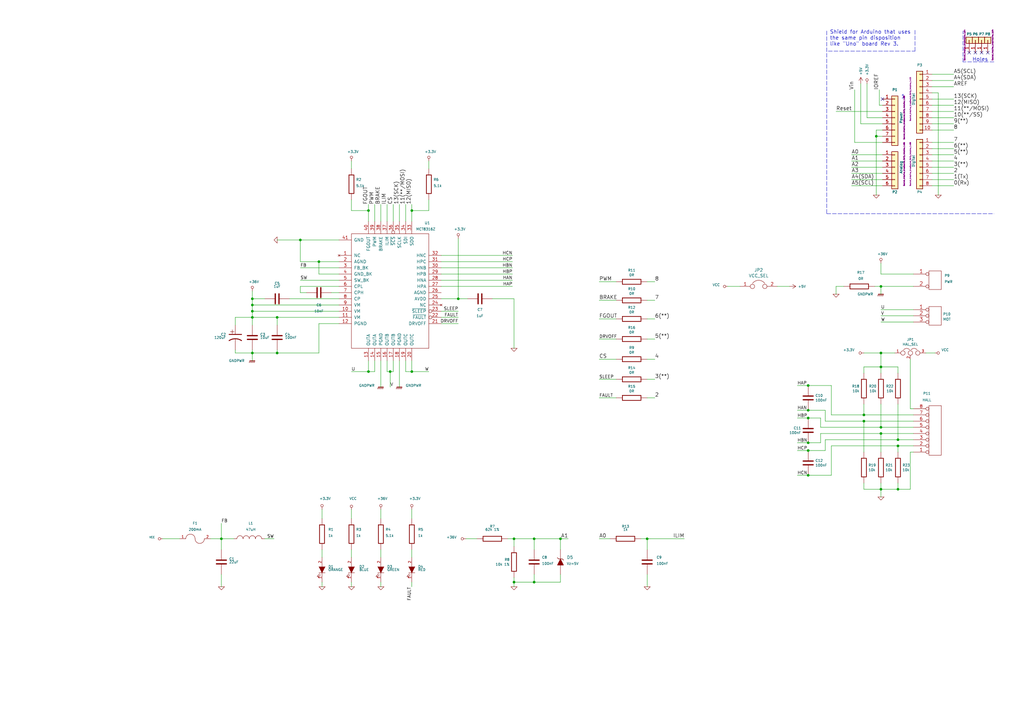
<source format=kicad_sch>
(kicad_sch (version 20231120) (generator "eeschema") (generator_version "8.0")
  (paper "A3")
  (title_block (title "DRIVERINO SHIELD") (date "2021-05-06") (rev "01") (company "TuX's Design"))
  (junction (at 331.47 168.275))
  (junction (at 361.315 177.8))
  (junction (at 151.13 152.4))
  (junction (at 265.43 220.98))
  (junction (at 103.505 122.555))
  (junction (at 113.665 144.78))
  (junction (at 103.505 130.175))
  (junction (at 361.315 117.475))
  (junction (at 354.33 170.18))
  (junction (at 219.075 238.76))
  (junction (at 361.315 200.66))
  (junction (at 130.81 107.315))
  (junction (at 361.315 150.495))
  (junction (at 361.315 175.26))
  (junction (at 359.41 55.88))
  (junction (at 331.47 184.785))
  (junction (at 113.665 130.175))
  (junction (at 103.505 127.635))
  (junction (at 123.19 98.425))
  (junction (at 361.315 144.78))
  (junction (at 229.87 220.98))
  (junction (at 103.505 144.78))
  (junction (at 368.3 180.34))
  (junction (at 103.505 125.095))
  (junction (at 168.91 86.36))
  (junction (at 331.47 158.115))
  (junction (at 187.96 122.555))
  (junction (at 160.02 152.4))
  (junction (at 168.91 152.4))
  (junction (at 331.47 171.45))
  (junction (at 354.33 172.72))
  (junction (at 90.805 220.98))
  (junction (at 151.13 86.36))
  (junction (at 331.47 194.945))
  (junction (at 331.47 181.61))
  (junction (at 210.82 220.98))
  (junction (at 368.3 182.88))
  (junction (at 219.075 220.98))
  (junction (at 210.82 238.76))
  (junction (at 368.3 200.66))
  (no_connect (at 397.51 21.59))
  (no_connect (at 402.59 21.59))
  (no_connect (at 361.95 40.64))
  (no_connect (at 400.05 21.59))
  (no_connect (at 405.13 21.59))
  (wire (pts (xy 384.81 38.1) (xy 384.81 80.01)))
  (wire (pts (xy 156.21 228.6) (xy 156.21 225.425)))
  (wire (pts (xy 318.77 117.475) (xy 323.85 117.475)))
  (polyline (pts (xy 407.67 25.4) (xy 394.97 25.4)) (stroke (width 0) (type dash)))
  (wire (pts (xy 123.19 117.475) (xy 139.065 117.475)))
  (wire (pts (xy 355.6 48.26) (xy 355.6 34.29)))
  (wire (pts (xy 163.83 83.82) (xy 163.83 90.805)))
  (wire (pts (xy 361.315 112.395) (xy 361.315 107.95)))
  (wire (pts (xy 103.505 122.555) (xy 103.505 119.38)))
  (wire (pts (xy 382.27 53.34) (xy 391.16 53.34)))
  (wire (pts (xy 374.65 167.64) (xy 373.38 167.64)))
  (wire (pts (xy 374.65 172.72) (xy 354.33 172.72)))
  (polyline (pts (xy 339.725 20.955) (xy 375.285 20.955)) (stroke (width 0) (type dash)))
  (wire (pts (xy 265.43 155.575) (xy 268.605 155.575)))
  (wire (pts (xy 354.33 150.495) (xy 354.33 153.035)))
  (wire (pts (xy 132.08 228.6) (xy 132.08 225.425)))
  (wire (pts (xy 368.3 185.42) (xy 368.3 182.88)))
  (wire (pts (xy 130.81 112.395) (xy 139.065 112.395)))
  (wire (pts (xy 96.52 130.175) (xy 96.52 133.35)))
  (wire (pts (xy 229.87 238.76) (xy 229.87 235.585)))
  (wire (pts (xy 113.665 133.35) (xy 113.665 130.175)))
  (wire (pts (xy 103.505 143.51) (xy 103.505 144.78)))
  (wire (pts (xy 156.21 90.805) (xy 156.21 83.82)))
  (wire (pts (xy 338.455 180.34) (xy 368.3 180.34)))
  (wire (pts (xy 229.87 220.98) (xy 229.87 225.425)))
  (wire (pts (xy 353.06 50.8) (xy 353.06 34.29)))
  (wire (pts (xy 123.19 120.015) (xy 125.73 120.015)))
  (wire (pts (xy 166.37 90.805) (xy 166.37 83.82)))
  (wire (pts (xy 354.33 185.42) (xy 354.33 172.72)))
  (wire (pts (xy 359.41 53.34) (xy 359.41 55.88)))
  (wire (pts (xy 361.95 76.2) (xy 349.25 76.2)))
  (wire (pts (xy 103.505 130.175) (xy 96.52 130.175)))
  (wire (pts (xy 210.82 220.98) (xy 210.82 224.155)))
  (wire (pts (xy 379.73 144.78) (xy 383.54 144.78)))
  (wire (pts (xy 187.96 122.555) (xy 191.77 122.555)))
  (wire (pts (xy 153.67 90.805) (xy 153.67 83.82)))
  (wire (pts (xy 265.43 115.57) (xy 268.605 115.57)))
  (wire (pts (xy 374.65 185.42) (xy 373.38 185.42)))
  (wire (pts (xy 187.96 122.555) (xy 187.96 97.79)))
  (wire (pts (xy 382.27 63.5) (xy 391.16 63.5)))
  (wire (pts (xy 361.95 45.72) (xy 342.9 45.72)))
  (wire (pts (xy 168.91 152.4) (xy 175.895 152.4)))
  (wire (pts (xy 265.43 139.065) (xy 268.605 139.065)))
  (wire (pts (xy 175.895 69.215) (xy 175.895 66.04)))
  (wire (pts (xy 168.91 147.955) (xy 168.91 152.4)))
  (wire (pts (xy 144.145 86.36) (xy 144.145 81.915)))
  (wire (pts (xy 180.975 114.935) (xy 210.185 114.935)))
  (wire (pts (xy 210.82 238.76) (xy 210.82 240.665)))
  (wire (pts (xy 361.95 66.04) (xy 349.25 66.04)))
  (wire (pts (xy 144.145 240.665) (xy 144.145 238.76)))
  (wire (pts (xy 361.95 58.42) (xy 350.52 58.42)))
  (wire (pts (xy 252.73 115.57) (xy 245.745 115.57)))
  (wire (pts (xy 103.505 144.78) (xy 113.665 144.78)))
  (wire (pts (xy 361.315 200.66) (xy 354.33 200.66)))
  (wire (pts (xy 123.19 117.475) (xy 123.19 120.015)))
  (wire (pts (xy 144.145 69.215) (xy 144.145 66.04)))
  (wire (pts (xy 103.505 133.35) (xy 103.505 130.175)))
  (wire (pts (xy 374.65 112.395) (xy 361.315 112.395)))
  (wire (pts (xy 368.3 150.495) (xy 361.315 150.495)))
  (wire (pts (xy 103.505 144.78) (xy 103.505 147.955)))
  (wire (pts (xy 153.67 147.955) (xy 153.67 152.4)))
  (wire (pts (xy 130.81 107.315) (xy 123.19 107.315)))
  (wire (pts (xy 168.91 90.805) (xy 168.91 86.36)))
  (wire (pts (xy 361.95 68.58) (xy 349.25 68.58)))
  (wire (pts (xy 331.47 158.115) (xy 327.025 158.115)))
  (wire (pts (xy 361.95 48.26) (xy 355.6 48.26)))
  (wire (pts (xy 360.68 36.83) (xy 360.68 43.18)))
  (wire (pts (xy 180.975 112.395) (xy 210.185 112.395)))
  (wire (pts (xy 160.02 152.4) (xy 160.02 158.75)))
  (wire (pts (xy 139.065 125.095) (xy 103.505 125.095)))
  (wire (pts (xy 144.145 228.6) (xy 144.145 225.425)))
  (wire (pts (xy 361.315 132.08) (xy 374.65 132.08)))
  (wire (pts (xy 382.27 58.42) (xy 391.16 58.42)))
  (wire (pts (xy 368.3 153.035) (xy 368.3 150.495)))
  (wire (pts (xy 338.455 172.72) (xy 338.455 168.275)))
  (wire (pts (xy 139.065 114.935) (xy 123.19 114.935)))
  (wire (pts (xy 210.82 236.855) (xy 210.82 238.76)))
  (wire (pts (xy 265.43 235.585) (xy 265.43 240.665)))
  (wire (pts (xy 161.29 152.4) (xy 161.29 147.955)))
  (wire (pts (xy 252.73 123.19) (xy 245.745 123.19)))
  (wire (pts (xy 180.975 107.315) (xy 210.185 107.315)))
  (wire (pts (xy 132.08 212.725) (xy 132.08 208.915)))
  (wire (pts (xy 250.19 220.98) (xy 245.745 220.98)))
  (wire (pts (xy 180.975 130.175) (xy 187.96 130.175)))
  (wire (pts (xy 360.68 43.18) (xy 361.95 43.18)))
  (wire (pts (xy 210.82 220.98) (xy 219.075 220.98)))
  (wire (pts (xy 166.37 152.4) (xy 168.91 152.4)))
  (wire (pts (xy 151.13 147.955) (xy 151.13 152.4)))
  (wire (pts (xy 336.55 177.8) (xy 336.55 181.61)))
  (wire (pts (xy 113.665 144.78) (xy 113.665 143.51)))
  (wire (pts (xy 354.33 144.78) (xy 361.315 144.78)))
  (wire (pts (xy 139.065 98.425) (xy 123.19 98.425)))
  (wire (pts (xy 180.975 132.715) (xy 187.96 132.715)))
  (wire (pts (xy 382.27 43.18) (xy 391.16 43.18)))
  (wire (pts (xy 210.82 238.76) (xy 219.075 238.76)))
  (wire (pts (xy 245.745 155.575) (xy 252.73 155.575)))
  (wire (pts (xy 153.67 152.4) (xy 151.13 152.4)))
  (wire (pts (xy 368.3 198.12) (xy 368.3 200.66)))
  (wire (pts (xy 158.75 152.4) (xy 160.02 152.4)))
  (wire (pts (xy 374.65 175.26) (xy 361.315 175.26)))
  (wire (pts (xy 358.775 117.475) (xy 361.315 117.475)))
  (wire (pts (xy 156.21 147.955) (xy 156.21 158.75)))
  (wire (pts (xy 130.81 107.315) (xy 139.065 107.315)))
  (wire (pts (xy 338.455 168.275) (xy 331.47 168.275)))
  (wire (pts (xy 219.075 235.585) (xy 219.075 238.76)))
  (wire (pts (xy 361.95 73.66) (xy 349.25 73.66)))
  (wire (pts (xy 103.505 125.095) (xy 103.505 122.555)))
  (wire (pts (xy 382.27 60.96) (xy 391.16 60.96)))
  (wire (pts (xy 382.27 33.02) (xy 391.16 33.02)))
  (wire (pts (xy 382.27 76.2) (xy 391.16 76.2)))
  (wire (pts (xy 166.37 147.955) (xy 166.37 152.4)))
  (wire (pts (xy 139.065 127.635) (xy 103.505 127.635)))
  (wire (pts (xy 151.13 152.4) (xy 144.145 152.4)))
  (wire (pts (xy 359.41 55.88) (xy 359.41 80.01)))
  (wire (pts (xy 123.19 107.315) (xy 123.19 98.425)))
  (wire (pts (xy 90.805 220.98) (xy 90.805 214.63)))
  (wire (pts (xy 108.585 220.98) (xy 112.395 220.98)))
  (wire (pts (xy 151.13 86.36) (xy 151.13 83.82)))
  (wire (pts (xy 163.83 147.955) (xy 163.83 158.75)))
  (wire (pts (xy 361.95 63.5) (xy 349.25 63.5)))
  (wire (pts (xy 338.455 172.72) (xy 354.33 172.72)))
  (wire (pts (xy 354.33 200.66) (xy 354.33 198.12)))
  (wire (pts (xy 361.95 50.8) (xy 353.06 50.8)))
  (wire (pts (xy 382.27 66.04) (xy 391.16 66.04)))
  (wire (pts (xy 265.43 220.98) (xy 265.43 225.425)))
  (wire (pts (xy 361.315 129.54) (xy 374.65 129.54)))
  (wire (pts (xy 265.43 220.98) (xy 280.67 220.98)))
  (wire (pts (xy 331.47 168.275) (xy 327.025 168.275)))
  (wire (pts (xy 180.975 122.555) (xy 187.96 122.555)))
  (wire (pts (xy 340.995 158.115) (xy 340.995 170.18)))
  (wire (pts (xy 338.455 184.785) (xy 338.455 180.34)))
  (wire (pts (xy 382.27 73.66) (xy 391.16 73.66)))
  (wire (pts (xy 368.3 180.34) (xy 368.3 165.735)))
  (wire (pts (xy 210.82 122.555) (xy 210.82 142.875)))
  (wire (pts (xy 168.91 212.725) (xy 168.91 208.915)))
  (wire (pts (xy 336.55 175.26) (xy 361.315 175.26)))
  (wire (pts (xy 90.805 235.585) (xy 90.805 240.665)))
  (wire (pts (xy 374.65 177.8) (xy 361.315 177.8)))
  (wire (pts (xy 336.55 171.45) (xy 336.55 175.26)))
  (wire (pts (xy 201.93 122.555) (xy 210.82 122.555)))
  (wire (pts (xy 382.27 30.48) (xy 391.16 30.48)))
  (wire (pts (xy 229.87 220.98) (xy 233.045 220.98)))
  (wire (pts (xy 340.995 170.18) (xy 354.33 170.18)))
  (wire (pts (xy 382.27 35.56) (xy 391.16 35.56)))
  (wire (pts (xy 373.38 200.66) (xy 368.3 200.66)))
  (wire (pts (xy 361.315 175.26) (xy 361.315 165.735)))
  (wire (pts (xy 336.55 181.61) (xy 331.47 181.61)))
  (wire (pts (xy 139.065 130.175) (xy 113.665 130.175)))
  (wire (pts (xy 265.43 130.81) (xy 268.605 130.81)))
  (wire (pts (xy 103.505 127.635) (xy 103.505 125.095)))
  (wire (pts (xy 382.27 38.1) (xy 384.81 38.1)))
  (wire (pts (xy 161.29 90.805) (xy 161.29 83.82)))
  (wire (pts (xy 361.95 71.12) (xy 349.25 71.12)))
  (wire (pts (xy 139.065 122.555) (xy 118.745 122.555)))
  (wire (pts (xy 340.995 182.88) (xy 368.3 182.88)))
  (polyline (pts (xy 339.09 87.63) (xy 407.67 87.63)) (stroke (width 0) (type dash)))
  (wire (pts (xy 130.81 144.78) (xy 130.81 132.715)))
  (wire (pts (xy 346.075 117.475) (xy 342.9 117.475)))
  (wire (pts (xy 361.315 200.66) (xy 361.315 198.12)))
  (wire (pts (xy 103.505 130.175) (xy 103.505 127.635)))
  (wire (pts (xy 144.145 212.725) (xy 144.145 208.915)))
  (wire (pts (xy 113.665 130.175) (xy 103.505 130.175)))
  (wire (pts (xy 331.47 184.785) (xy 338.455 184.785)))
  (wire (pts (xy 175.895 86.36) (xy 175.895 81.915)))
  (wire (pts (xy 123.19 98.425) (xy 113.665 98.425)))
  (wire (pts (xy 90.805 225.425) (xy 90.805 220.98)))
  (wire (pts (xy 382.27 71.12) (xy 391.16 71.12)))
  (wire (pts (xy 382.27 40.64) (xy 391.16 40.64)))
  (wire (pts (xy 195.58 220.98) (xy 191.135 220.98)))
  (wire (pts (xy 342.9 117.475) (xy 342.9 120.65)))
  (wire (pts (xy 130.81 132.715) (xy 139.065 132.715)))
  (wire (pts (xy 168.91 86.36) (xy 168.91 83.82)))
  (wire (pts (xy 130.81 112.395) (xy 130.81 107.315)))
  (wire (pts (xy 151.13 86.36) (xy 144.145 86.36)))
  (wire (pts (xy 113.665 144.78) (xy 130.81 144.78)))
  (wire (pts (xy 361.315 150.495) (xy 361.315 144.78)))
  (wire (pts (xy 354.33 170.18) (xy 354.33 165.735)))
  (wire (pts (xy 331.47 158.115) (xy 340.995 158.115)))
  (wire (pts (xy 90.805 220.98) (xy 95.885 220.98)))
  (wire (pts (xy 265.43 163.195) (xy 268.605 163.195)))
  (polyline (pts (xy 339.09 12.7) (xy 339.09 87.63)) (stroke (width 0) (type dash)))
  (wire (pts (xy 374.65 180.34) (xy 368.3 180.34)))
  (wire (pts (xy 382.27 68.58) (xy 391.16 68.58)))
  (wire (pts (xy 361.315 150.495) (xy 354.33 150.495)))
  (wire (pts (xy 158.75 90.805) (xy 158.75 83.82)))
  (wire (pts (xy 361.315 177.8) (xy 361.315 185.42)))
  (wire (pts (xy 252.73 163.195) (xy 245.745 163.195)))
  (wire (pts (xy 156.21 212.725) (xy 156.21 208.915)))
  (wire (pts (xy 245.745 130.81) (xy 252.73 130.81)))
  (wire (pts (xy 151.13 90.805) (xy 151.13 86.36)))
  (wire (pts (xy 382.27 50.8) (xy 391.16 50.8)))
  (wire (pts (xy 245.745 147.32) (xy 252.73 147.32)))
  (wire (pts (xy 374.65 117.475) (xy 361.315 117.475)))
  (wire (pts (xy 327.025 194.945) (xy 331.47 194.945)))
  (wire (pts (xy 382.27 45.72) (xy 391.16 45.72)))
  (wire (pts (xy 96.52 143.51) (xy 96.52 144.78)))
  (wire (pts (xy 168.91 228.6) (xy 168.91 225.425)))
  (wire (pts (xy 298.45 117.475) (xy 303.53 117.475)))
  (wire (pts (xy 139.065 109.855) (xy 123.19 109.855)))
  (wire (pts (xy 361.315 144.78) (xy 367.03 144.78)))
  (wire (pts (xy 361.315 127) (xy 374.65 127)))
  (wire (pts (xy 219.075 220.98) (xy 229.87 220.98)))
  (wire (pts (xy 361.95 55.88) (xy 359.41 55.88)))
  (wire (pts (xy 361.315 200.66) (xy 361.315 203.835)))
  (wire (pts (xy 265.43 147.32) (xy 268.605 147.32)))
  (wire (pts (xy 108.585 122.555) (xy 103.505 122.555)))
  (wire (pts (xy 210.185 109.855) (xy 180.975 109.855)))
  (wire (pts (xy 361.95 53.34) (xy 359.41 53.34)))
  (wire (pts (xy 180.975 104.775) (xy 210.185 104.775)))
  (wire (pts (xy 86.36 220.98) (xy 90.805 220.98)))
  (wire (pts (xy 327.025 184.785) (xy 331.47 184.785)))
  (wire (pts (xy 340.995 182.88) (xy 340.995 194.945)))
  (wire (pts (xy 168.91 86.36) (xy 175.895 86.36)))
  (wire (pts (xy 361.315 117.475) (xy 361.315 120.65)))
  (polyline (pts (xy 394.97 25.4) (xy 394.97 12.7)) (stroke (width 0) (type dash)))
  (wire (pts (xy 132.08 240.665) (xy 132.08 238.76)))
  (wire (pts (xy 156.21 240.665) (xy 156.21 238.76)))
  (wire (pts (xy 219.075 238.76) (xy 229.87 238.76)))
  (wire (pts (xy 180.975 117.475) (xy 210.185 117.475)))
  (wire (pts (xy 331.47 181.61) (xy 327.025 181.61)))
  (wire (pts (xy 374.65 170.18) (xy 354.33 170.18)))
  (wire (pts (xy 135.89 120.015) (xy 139.065 120.015)))
  (wire (pts (xy 208.28 220.98) (xy 210.82 220.98)))
  (wire (pts (xy 158.75 147.955) (xy 158.75 152.4)))
  (wire (pts (xy 168.91 240.665) (xy 168.91 238.76)))
  (wire (pts (xy 331.47 171.45) (xy 336.55 171.45)))
  (wire (pts (xy 262.89 220.98) (xy 265.43 220.98)))
  (wire (pts (xy 373.38 147.32) (xy 373.38 167.64)))
  (wire (pts (xy 340.995 194.945) (xy 331.47 194.945)))
  (wire (pts (xy 350.52 58.42) (xy 350.52 36.83)))
  (wire (pts (xy 180.975 127.635) (xy 187.96 127.635)))
  (wire (pts (xy 327.025 171.45) (xy 331.47 171.45)))
  (wire (pts (xy 219.075 220.98) (xy 219.075 225.425)))
  (wire (pts (xy 368.3 200.66) (xy 361.315 200.66)))
  (wire (pts (xy 160.02 152.4) (xy 161.29 152.4)))
  (wire (pts (xy 252.73 139.065) (xy 245.745 139.065)))
  (wire (pts (xy 361.315 150.495) (xy 361.315 153.035)))
  (wire (pts (xy 382.27 48.26) (xy 391.16 48.26)))
  (wire (pts (xy 73.66 220.98) (xy 66.675 220.98)))
  (wire (pts (xy 373.38 185.42) (xy 373.38 200.66)))
  (wire (pts (xy 265.43 123.19) (xy 268.605 123.19)))
  (wire (pts (xy 336.55 177.8) (xy 361.315 177.8)))
  (polyline (pts (xy 375.285 20.955) (xy 375.285 12.065)) (stroke (width 0) (type dash)))
  (wire (pts (xy 96.52 144.78) (xy 103.505 144.78)))
  (wire (pts (xy 374.65 182.88) (xy 368.3 182.88)))
  (text "Shield for Arduino that uses\nthe same pin disposition\nlike \"Uno\" board Rev 3." (at 340.36 19.05 0) (effects (font (size 1.524 1.524)) (justify left bottom)))
  (text "Holes" (at 398.78 25.4 0) (effects (font (size 1.524 1.524)) (justify left bottom)))
  (text "1" (at 369.57 40.64 0) (effects (font (size 1.524 1.524)) (justify left bottom)))
  (label "7" (at 391.16 58.42 0) (effects (font (size 1.524 1.524))))
  (label "13(SCK)" (at 391.16 40.64 0) (effects (font (size 1.524 1.524))))
  (label "A1" (at 349.25 66.04 0) (effects (font (size 1.524 1.524))))
  (label "FAULT" (at 245.745 163.195 0))
  (label "HCP" (at 327.025 184.785 0))
  (label "6(**)" (at 268.605 130.81 0) (effects (font (size 1.524 1.524))))
  (label "PWM" (at 153.67 83.82 90) (effects (font (size 1.524 1.524))))
  (label "W" (at 175.895 152.4 180))
  (label "7" (at 268.605 123.19 0) (effects (font (size 1.524 1.524))))
  (label "12(MISO)" (at 391.16 43.18 0) (effects (font (size 1.524 1.524))))
  (label "11(**/MOSI)" (at 166.37 83.82 90) (effects (font (size 1.524 1.524))))
  (label "3(**)" (at 391.16 68.58 0) (effects (font (size 1.524 1.524))))
  (label "DRVOFF" (at 245.745 139.065 0))
  (label "FB" (at 90.805 214.63 0))
  (label "FAULT" (at 187.96 130.175 180))
  (label "AREF" (at 391.16 35.56 0) (effects (font (size 1.524 1.524))))
  (label "ILIM" (at 158.75 83.82 90) (effects (font (size 1.524 1.524))))
  (label "A4(SDA)" (at 391.16 33.02 0) (effects (font (size 1.524 1.524))))
  (label "5(**)" (at 268.605 139.065 0) (effects (font (size 1.524 1.524))))
  (label "3(**)" (at 268.605 155.575 0) (effects (font (size 1.524 1.524))))
  (label "A2" (at 349.25 68.58 0) (effects (font (size 1.524 1.524))))
  (label "CS" (at 161.29 83.82 90) (effects (font (size 1.524 1.524))))
  (label "A0" (at 349.25 63.5 0) (effects (font (size 1.524 1.524))))
  (label "PWM" (at 245.745 115.57 0) (effects (font (size 1.524 1.524))))
  (label "HCN" (at 210.185 104.775 180))
  (label "9(**)" (at 391.16 50.8 0) (effects (font (size 1.524 1.524))))
  (label "A1" (at 233.045 220.98 180) (effects (font (size 1.524 1.524))))
  (label "IOREF" (at 360.68 36.83 90) (effects (font (size 1.524 1.524))))
  (label "BRAKE" (at 245.745 123.19 0) (effects (font (size 1.524 1.524))))
  (label "A5(SCL)" (at 349.25 76.2 0) (effects (font (size 1.524 1.524))))
  (label "FB" (at 123.19 109.855 0))
  (label "4" (at 391.16 66.04 0) (effects (font (size 1.524 1.524))))
  (label "FGOUT" (at 151.13 83.82 90) (effects (font (size 1.524 1.524))))
  (label "8" (at 268.605 115.57 0) (effects (font (size 1.524 1.524))))
  (label "CS" (at 245.745 147.32 0) (effects (font (size 1.524 1.524))))
  (label "FGOUT" (at 245.745 130.81 0) (effects (font (size 1.524 1.524))))
  (label "BRAKE" (at 156.21 83.82 90) (effects (font (size 1.524 1.524))))
  (label "2" (at 391.16 71.12 0) (effects (font (size 1.524 1.524))))
  (label "5(**)" (at 391.16 63.5 0) (effects (font (size 1.524 1.524))))
  (label "2" (at 268.605 163.195 0) (effects (font (size 1.524 1.524))))
  (label "Vin" (at 350.52 36.83 90) (effects (font (size 1.524 1.524))))
  (label "FAULT" (at 168.91 240.665 270))
  (label "HAP" (at 210.185 117.475 180))
  (label "SW" (at 112.395 220.98 180))
  (label "A0" (at 245.745 220.98 0) (effects (font (size 1.524 1.524))))
  (label "4" (at 268.605 147.32 0) (effects (font (size 1.524 1.524))))
  (label "10(**/SS)" (at 391.16 48.26 0) (effects (font (size 1.524 1.524))))
  (label "11(**/MOSI)" (at 391.16 45.72 0) (effects (font (size 1.524 1.524))))
  (label "HBP" (at 210.185 112.395 180))
  (label "A5(SCL)" (at 391.16 30.48 0) (effects (font (size 1.524 1.524))))
  (label "1(Tx)" (at 391.16 73.66 0) (effects (font (size 1.524 1.524))))
  (label "HBP" (at 327.025 171.45 0))
  (label "V" (at 160.02 158.75 0))
  (label "HCP" (at 210.185 107.315 180))
  (label "6(**)" (at 391.16 60.96 0) (effects (font (size 1.524 1.524))))
  (label "U" (at 361.315 127 0))
  (label "ILIM" (at 280.67 220.98 180) (effects (font (size 1.524 1.524))))
  (label "W" (at 361.315 132.08 0))
  (label "SLEEP" (at 187.96 127.635 180))
  (label "12(MISO)" (at 168.91 83.82 90) (effects (font (size 1.524 1.524))))
  (label "HAP" (at 327.025 158.115 0))
  (label "SW" (at 123.19 114.935 0))
  (label "8" (at 391.16 53.34 0) (effects (font (size 1.524 1.524))))
  (label "0(Rx)" (at 391.16 76.2 0) (effects (font (size 1.524 1.524))))
  (label "HAN" (at 210.185 114.935 180))
  (label "DRVOFF" (at 187.96 132.715 180))
  (label "SLEEP" (at 245.745 155.575 0))
  (label "HAN" (at 327.025 168.275 0))
  (label "A4(SDA)" (at 349.25 73.66 0) (effects (font (size 1.524 1.524))))
  (label "13(SCK)" (at 163.83 83.82 90) (effects (font (size 1.524 1.524))))
  (label "HBN" (at 327.025 181.61 0))
  (label "HBN" (at 210.185 109.855 180))
  (label "A3" (at 349.25 71.12 0) (effects (font (size 1.524 1.524))))
  (label "HCN" (at 327.025 194.945 0))
  (label "V" (at 361.315 129.54 0))
  (label "U" (at 144.145 152.4 0))
  (label "Reset" (at 342.9 45.72 0) (effects (font (size 1.524 1.524))))
  (symbol (lib_id "Driverino-Shield-rescue:Conn_01x08-Connector_Generic") (at 367.03 48.26 0) (unit 1)
    (property "Reference" "P1" (at 367.03 36.83 0) (effects (font (size 1.016 1.016))))
    (property "Value" "Power" (at 369.57 48.26 90) (effects (font (size 1.016 1.016))))
    (property "Footprint" "Socket_Arduino_Uno:Socket_Strip_Arduino_1x08" (at 370.84 48.26 90) (effects (font (size 0.508 0.508))))
    (property "mpn" "SSW-108-03-G-S" (effects (hide yes)))
    (property "Manufacturer" "Samtec" (effects (hide yes)))
    (property "Mouser" "200-SSW10803GS" (effects (hide yes)))
  )
  (symbol (lib_id "Driverino-Shield-rescue:+3.3V-power") (at 355.6 34.29 0) (unit 1)
    (property "Reference" "#PWR01" (effects (hide yes)))
    (property "Value" "+3.3V" (at 355.6 28.575 90) (effects (font (size 1.016 1.016))))
  )
  (symbol (lib_id "Driverino-Shield-rescue:+5V-power") (at 353.06 34.29 0) (unit 1)
    (property "Reference" "#PWR02" (effects (hide yes)))
    (property "Value" "+5V" (at 353.06 29.21 90) (effects (font (size 1.016 1.016))))
  )
  (symbol (lib_id "Driverino-Shield-rescue:Conn_01x06-Connector_Generic") (at 367.03 68.58 0) (unit 1)
    (property "Reference" "P2" (at 367.03 78.74 0) (effects (font (size 1.016 1.016))))
    (property "Value" "Analog" (at 369.57 68.58 90) (effects (font (size 1.016 1.016))))
    (property "Footprint" "Socket_Arduino_Uno:Socket_Strip_Arduino_1x06" (at 370.84 67.31 90) (effects (font (size 0.508 0.508))))
    (property "mpn" "SSW-106-03-G-S" (effects (hide yes)))
    (property "Manufacturer" "Samtec" (effects (hide yes)))
    (property "Mouser" "200-SSW10603GS" (effects (hide yes)))
  )
  (symbol (lib_id "Driverino-Shield-rescue:Conn_01x01-Connector_Generic") (at 397.51 16.51 90) (unit 1)
    (property "Reference" "P5" (at 397.51 13.97 90) (effects (font (size 1.016 1.016))))
    (property "Value" "CONN_01X01" (effects (hide yes)))
    (property "Footprint" "Socket_Arduino_Uno:Arduino_1pin" (at 395.6304 18.5166 0) (effects (font (size 0.508 0.508))))
    (property "DNF" "1" (effects (hide yes)))
  )
  (symbol (lib_id "Driverino-Shield-rescue:Conn_01x01-Connector_Generic") (at 400.05 16.51 90) (unit 1)
    (property "Reference" "P6" (at 400.05 13.97 90) (effects (font (size 1.016 1.016))))
    (property "Value" "CONN_01X01" (effects (hide yes)))
    (property "Footprint" "Socket_Arduino_Uno:Arduino_1pin" (effects (hide yes)))
    (property "DNF" "1" (effects (hide yes)))
  )
  (symbol (lib_id "Driverino-Shield-rescue:Conn_01x01-Connector_Generic") (at 402.59 16.51 90) (unit 1)
    (property "Reference" "P7" (at 402.59 13.97 90) (effects (font (size 1.016 1.016))))
    (property "Value" "CONN_01X01" (effects (hide yes)))
    (property "Footprint" "Socket_Arduino_Uno:Arduino_1pin" (effects (hide yes)))
    (property "DNF" "1" (effects (hide yes)))
  )
  (symbol (lib_id "Driverino-Shield-rescue:Conn_01x01-Connector_Generic") (at 405.13 16.51 90) (unit 1)
    (property "Reference" "P8" (at 405.13 13.97 90) (effects (font (size 1.016 1.016))))
    (property "Value" "CONN_01X01" (effects (hide yes)))
    (property "Footprint" "Socket_Arduino_Uno:Arduino_1pin" (at 407.1112 18.4404 0) (effects (font (size 0.508 0.508))))
    (property "DNF" "1" (effects (hide yes)))
  )
  (symbol (lib_id "Driverino-Shield-rescue:Conn_01x08-Connector_Generic") (at 377.19 66.04 0) (mirror y) (unit 1)
    (property "Reference" "P4" (at 377.19 78.74 0) (effects (font (size 1.016 1.016))))
    (property "Value" "Digital" (at 374.65 66.04 90) (effects (font (size 1.016 1.016))))
    (property "Footprint" "Socket_Arduino_Uno:Socket_Strip_Arduino_1x08" (at 373.38 67.31 90) (effects (font (size 0.508 0.508))))
    (property "mpn" "SSW-108-03-G-S" (effects (hide yes)))
    (property "Manufacturer" "Samtec" (effects (hide yes)))
    (property "Mouser" "200-SSW10803GS" (effects (hide yes)))
  )
  (symbol (lib_id "Driverino-Shield-rescue:Conn_01x10-Connector_Generic") (at 377.19 40.64 0) (mirror y) (unit 1)
    (property "Reference" "P3" (at 377.19 26.67 0) (effects (font (size 1.016 1.016))))
    (property "Value" "Digital" (at 374.65 40.64 90) (effects (font (size 1.016 1.016))))
    (property "Footprint" "Socket_Arduino_Uno:Socket_Strip_Arduino_1x10" (at 373.38 40.64 90) (effects (font (size 0.508 0.508))))
    (property "mpn" "SSW-110-03-G-S" (effects (hide yes)))
    (property "Manufacturer" "Samtec" (effects (hide yes)))
    (property "Mouser" "200-SSW11003GS" (effects (hide yes)))
  )
  (symbol (lib_id "Driverino-Shield-rescue:MCT8316Z-texas2-Driverino-Shield-rescue") (at 160.02 118.745 0) (unit 1)
    (property "Reference" "U1" (at 175.26 91.44 0) (effects (font (size 1.016 1.016))))
    (property "Value" "MCT8316Z" (at 174.625 93.98 0) (effects (font (size 1.016 1.016))))
    (property "Footprint" "Driverino-Shield:QFN-40_EP_5x7_Pitch0.5mm" (effects (hide yes)))
    (property "mpn" "PMCT8316Z0TRGFR" (effects (hide yes)))
    (property "Manufacturer" "TI" (effects (hide yes)))
  )
  (symbol (lib_id "Driverino-Shield-rescue:CONN_2-conn") (at 383.54 114.935 0) (unit 1)
    (property "Reference" "P9" (at 387.35 113.03 0) (effects (font (size 1.016 1.016)) (justify left)))
    (property "Value" "PWR" (at 387.35 115.57 0) (effects (font (size 1.016 1.016)) (justify left)))
    (property "Footprint" "Driverino-Shield:39773-0002" (effects (hide yes)))
    (property "mpn" "39773-0002" (effects (hide yes)))
    (property "Manufacturer" "Molex" (effects (hide yes)))
    (property "Mouser" "538-39773-0002" (effects (hide yes)))
  )
  (symbol (lib_id "Driverino-Shield-rescue:CONN_3-conn") (at 383.54 129.54 0) (unit 1)
    (property "Reference" "P10" (at 386.7912 128.8288 0) (effects (font (size 1.016 1.016)) (justify left)))
    (property "Value" "MOT" (at 386.7912 130.9624 0) (effects (font (size 1.016 1.016)) (justify left)))
    (property "Footprint" "Driverino-Shield:39773-0003" (effects (hide yes)))
    (property "mpn" "39773-0003" (effects (hide yes)))
    (property "Manufacturer" "Molex" (effects (hide yes)))
    (property "Mouser" "538-39773-0003" (effects (hide yes)))
  )
  (symbol (lib_id "Driverino-Shield-rescue:R-device") (at 175.895 75.565 0) (unit 1)
    (property "Reference" "R6" (at 177.8 73.66 0) (effects (font (size 1.016 1.016)) (justify left)))
    (property "Value" "5.1k" (at 177.8 76.2 0) (effects (font (size 1.016 1.016)) (justify left)))
    (property "Footprint" "Resistor_SMD:R_0603_1608Metric" (effects (hide yes)))
    (property "mpn" "ESR03EZPF5101" (effects (hide yes)))
    (property "Manufacturer" "Rohm" (effects (hide yes)))
    (property "Mouser" "755-ESR03EZPF5101" (effects (hide yes)))
  )
  (symbol (lib_id "Driverino-Shield-rescue:+3.3V-power") (at 187.96 97.79 0) (unit 1)
    (property "Reference" "#PWR021" (effects (hide yes)))
    (property "Value" "+3.3V" (at 188.595 93.98 0) (effects (font (size 1.016 1.016))))
  )
  (symbol (lib_id "Driverino-Shield-rescue:GND-power") (at 113.665 98.425 270) (mirror x) (unit 1)
    (property "Reference" "#PWR09" (effects (hide yes)))
    (property "Value" "GND" (effects (hide yes)))
  )
  (symbol (lib_id "Driverino-Shield-rescue:C-device") (at 130.81 120.015 270) (unit 1)
    (property "Reference" "C6" (at 130.81 125.095 90) (effects (font (size 1.016 1.016))))
    (property "Value" "10nF" (at 130.81 127.635 90) (effects (font (size 1.016 1.016))))
    (property "Footprint" "Capacitor_SMD:C_0402_1005Metric" (effects (hide yes)))
    (property "mpn" "GCM155R71H103KA55D" (effects (hide yes)))
    (property "Manufacturer" "Murata" (effects (hide yes)))
    (property "Mouser" "81-GCM155R71H103KA5D" (effects (hide yes)))
  )
  (symbol (lib_id "Driverino-Shield-rescue:C-device") (at 113.665 122.555 270) (unit 1)
    (property "Reference" "C5" (at 113.665 116.205 90) (effects (font (size 1.016 1.016))))
    (property "Value" "1uF" (at 113.665 117.475 90) (effects (font (size 1.016 1.016))))
    (property "Footprint" "Driverino-Shield:C_0603_1608Metric" (effects (hide yes)))
    (property "mpn" "C1608X7R1V105K080AE" (effects (hide yes)))
    (property "Manufacturer" "TDK" (effects (hide yes)))
    (property "Mouser" "810-C1608X7R1V105KAE" (effects (hide yes)))
  )
  (symbol (lib_id "Driverino-Shield-rescue:+36V-power") (at 103.505 119.38 0) (unit 1)
    (property "Reference" "#PWR07" (effects (hide yes)))
    (property "Value" "+36V" (at 104.14 115.57 0) (effects (font (size 1.016 1.016))))
  )
  (symbol (lib_id "Driverino-Shield-rescue:GNDPWR-power") (at 103.505 147.955 0) (unit 1)
    (property "Reference" "#PWR08" (effects (hide yes)))
    (property "Value" "GNDPWR" (at 100.33 147.955 0) (effects (font (size 1.016 1.016)) (justify right)))
  )
  (symbol (lib_id "Driverino-Shield-rescue:C-device") (at 103.505 138.43 180) (unit 1)
    (property "Reference" "C3" (at 106.68 137.16 0) (effects (font (size 1.016 1.016)) (justify right)))
    (property "Value" "10uF" (at 106.68 138.43 0) (effects (font (size 1.016 1.016)) (justify right)))
    (property "Footprint" "Capacitor_SMD:C_1206_3216Metric" (effects (hide yes)))
    (property "mpn" "GMK316AB7106KL-TR" (effects (hide yes)))
    (property "Manufacturer" "Taiyo Yuden" (effects (hide yes)))
    (property "Mouser" "963-GMK316AB7106KL" (effects (hide yes)))
  )
  (symbol (lib_id "Driverino-Shield-rescue:C-device") (at 113.665 138.43 180) (unit 1)
    (property "Reference" "C4" (at 116.84 137.16 0) (effects (font (size 1.016 1.016)) (justify right)))
    (property "Value" "100nF" (at 116.84 138.43 0) (effects (font (size 1.016 1.016)) (justify right)))
    (property "Footprint" "Capacitor_SMD:C_0402_1005Metric" (effects (hide yes)))
    (property "mpn" "CGA3E2X7R1H104K080AA" (effects (hide yes)))
    (property "Manufacturer" "TDK" (effects (hide yes)))
    (property "Mouser" "810-CGA3E2X7R1H104K" (effects (hide yes)))
  )
  (symbol (lib_id "Driverino-Shield-rescue:CP1-device") (at 96.52 138.43 0) (unit 1)
    (property "Reference" "C2" (at 92.71 137.16 0) (effects (font (size 1.016 1.016)) (justify right)))
    (property "Value" "120uF" (at 92.71 138.43 0) (effects (font (size 1.016 1.016)) (justify right)))
    (property "Footprint" "Driverino-Shield:CP_Elec_6.3x7.7" (effects (hide yes)))
    (property "mpn" "EEE-FKV121XSV" (effects (hide yes)))
    (property "Manufacturer" "Panasonic" (effects (hide yes)))
    (property "Mouser" "667-EEE-FKV121XSV" (effects (hide yes)))
  )
  (symbol (lib_id "Driverino-Shield-rescue:VCC-power") (at 298.45 117.475 90) (unit 1)
    (property "Reference" "#PWR0111" (effects (hide yes)))
    (property "Value" "VCC" (at 295.275 116.84 90) (effects (font (size 1.016 1.016)) (justify left)))
  )
  (symbol (lib_id "Driverino-Shield-rescue:Jumper-Device") (at 311.15 117.475 0) (unit 1)
    (property "Reference" "JP2" (at 311.15 110.7694 0))
    (property "Value" "VCC_SEL" (at 311.15 113.0808 0))
    (property "Footprint" "Connector_PinHeader_1.27mm:PinHeader_1x02_P1.27mm_Vertical" (effects (hide yes)))
    (property "mpn" "TMS-102-01-G-S" (effects (hide yes)))
    (property "Manufacturer" "Samtec" (effects (hide yes)))
    (property "Mouser" "200-TMS10201GS" (effects (hide yes)))
  )
  (symbol (lib_id "Driverino-Shield-rescue:+5V-power") (at 323.85 117.475 270) (unit 1)
    (property "Reference" "#PWR0112" (effects (hide yes)))
    (property "Value" "+5V" (at 328.93 117.475 90) (effects (font (size 1.016 1.016))))
  )
  (symbol (lib_id "Driverino-Shield-rescue:GNDPWR-power") (at 156.21 158.75 0) (unit 1)
    (property "Reference" "#PWR017" (effects (hide yes)))
    (property "Value" "GNDPWR" (at 153.67 158.115 0) (effects (font (size 1.016 1.016)) (justify right)))
  )
  (symbol (lib_id "Driverino-Shield-rescue:GNDPWR-power") (at 163.83 158.75 0) (unit 1)
    (property "Reference" "#PWR018" (effects (hide yes)))
    (property "Value" "GNDPWR" (at 166.37 158.115 0) (effects (font (size 1.016 1.016)) (justify left)))
  )
  (symbol (lib_id "Driverino-Shield-rescue:C-device") (at 196.85 122.555 90) (unit 1)
    (property "Reference" "C7" (at 196.85 127 90) (effects (font (size 1.016 1.016))))
    (property "Value" "1uF" (at 196.85 129.54 90) (effects (font (size 1.016 1.016))))
    (property "Footprint" "Driverino-Shield:C_0603_1608Metric" (effects (hide yes)))
    (property "mpn" "C1608X7R1V105K080AE" (effects (hide yes)))
    (property "Manufacturer" "TDK" (effects (hide yes)))
    (property "Mouser" "810-C1608X7R1V105KAE" (effects (hide yes)))
  )
  (symbol (lib_id "Driverino-Shield-rescue:C-device") (at 331.47 163.195 180) (unit 1)
    (property "Reference" "C10" (at 334.391 162.2298 0) (effects (font (size 1.016 1.016)) (justify right)))
    (property "Value" "100nF" (at 334.391 164.1602 0) (effects (font (size 1.016 1.016)) (justify right)))
    (property "Footprint" "Capacitor_SMD:C_0402_1005Metric" (effects (hide yes)))
    (property "mpn" "CGA3E2X7R1H104K080AA" (effects (hide yes)))
    (property "DNF" "1" (effects (hide yes)))
    (property "Manufacturer" "TDK" (effects (hide yes)))
    (property "Mouser" "810-CGA3E2X7R1H104K" (effects (hide yes)))
  )
  (symbol (lib_id "Driverino-Shield-rescue:C-device") (at 331.47 176.53 180) (unit 1)
    (property "Reference" "C11" (at 328.5744 175.5648 0) (effects (font (size 1.016 1.016)) (justify left)))
    (property "Value" "100nF" (at 328.5744 177.4952 0) (effects (font (size 1.016 1.016)) (justify left)))
    (property "Footprint" "Capacitor_SMD:C_0402_1005Metric" (effects (hide yes)))
    (property "mpn" "CGA3E2X7R1H104K080AA" (effects (hide yes)))
    (property "DNF" "1" (effects (hide yes)))
    (property "Manufacturer" "TDK" (effects (hide yes)))
    (property "Mouser" "810-CGA3E2X7R1H104K" (effects (hide yes)))
  )
  (symbol (lib_id "Driverino-Shield-rescue:C-device") (at 331.47 189.865 180) (unit 1)
    (property "Reference" "C12" (at 334.391 188.8998 0) (effects (font (size 1.016 1.016)) (justify right)))
    (property "Value" "100nF" (at 334.391 190.8302 0) (effects (font (size 1.016 1.016)) (justify right)))
    (property "Footprint" "Capacitor_SMD:C_0402_1005Metric" (effects (hide yes)))
    (property "mpn" "CGA3E2X7R1H104K080AA" (effects (hide yes)))
    (property "DNF" "1" (effects (hide yes)))
    (property "Manufacturer" "TDK" (effects (hide yes)))
    (property "Mouser" "810-CGA3E2X7R1H104K" (effects (hide yes)))
  )
  (symbol (lib_id "Driverino-Shield-rescue:R-device") (at 144.145 75.565 0) (mirror y) (unit 1)
    (property "Reference" "R2" (at 146.05 73.66 0) (effects (font (size 1.016 1.016)) (justify right)))
    (property "Value" "5.1k" (at 146.05 76.2 0) (effects (font (size 1.016 1.016)) (justify right)))
    (property "Footprint" "Resistor_SMD:R_0603_1608Metric" (effects (hide yes)))
    (property "mpn" "ESR03EZPF5101" (effects (hide yes)))
    (property "Manufacturer" "Rohm" (effects (hide yes)))
    (property "Mouser" "755-ESR03EZPF5101" (effects (hide yes)))
  )
  (symbol (lib_id "Driverino-Shield-rescue:GND-power") (at 210.82 142.875 0) (mirror y) (unit 1)
    (property "Reference" "#PWR0101" (effects (hide yes)))
    (property "Value" "GND" (effects (hide yes)))
  )
  (symbol (lib_id "Driverino-Shield-rescue:GND-power") (at 384.81 80.01 0) (mirror y) (unit 1)
    (property "Reference" "#PWR0102" (effects (hide yes)))
    (property "Value" "GND" (effects (hide yes)))
  )
  (symbol (lib_id "Driverino-Shield-rescue:GND-power") (at 359.41 80.01 0) (mirror y) (unit 1)
    (property "Reference" "#PWR0103" (effects (hide yes)))
    (property "Value" "GND" (effects (hide yes)))
  )
  (symbol (lib_id "Driverino-Shield-rescue:GND-power") (at 342.9 120.65 0) (mirror y) (unit 1)
    (property "Reference" "#PWR0104" (effects (hide yes)))
    (property "Value" "GND" (effects (hide yes)))
  )
  (symbol (lib_id "Driverino-Shield-rescue:GND-power") (at 265.43 240.665 0) (mirror y) (unit 1)
    (property "Reference" "#PWR0105" (effects (hide yes)))
    (property "Value" "GND" (effects (hide yes)))
  )
  (symbol (lib_id "Driverino-Shield-rescue:GND-power") (at 210.82 240.665 0) (mirror y) (unit 1)
    (property "Reference" "#PWR0106" (effects (hide yes)))
    (property "Value" "GND" (effects (hide yes)))
  )
  (symbol (lib_id "Driverino-Shield-rescue:GND-power") (at 144.145 240.665 0) (mirror y) (unit 1)
    (property "Reference" "#PWR0107" (effects (hide yes)))
    (property "Value" "GND" (effects (hide yes)))
  )
  (symbol (lib_id "Driverino-Shield-rescue:GND-power") (at 156.21 240.665 0) (mirror y) (unit 1)
    (property "Reference" "#PWR0108" (effects (hide yes)))
    (property "Value" "GND" (effects (hide yes)))
  )
  (symbol (lib_id "Driverino-Shield-rescue:GND-power") (at 132.08 240.665 0) (mirror y) (unit 1)
    (property "Reference" "#PWR0109" (effects (hide yes)))
    (property "Value" "GND" (effects (hide yes)))
  )
  (symbol (lib_id "Driverino-Shield-rescue:GND-power") (at 90.805 240.665 0) (mirror y) (unit 1)
    (property "Reference" "#PWR0110" (effects (hide yes)))
    (property "Value" "GND" (effects (hide yes)))
  )
  (symbol (lib_id "Driverino-Shield-rescue:INDUCTOR_SMALL-device") (at 102.235 220.98 0) (unit 1)
    (property "Reference" "L1" (at 102.87 214.63 0) (effects (font (size 1.016 1.016))))
    (property "Value" "47uH" (at 102.87 217.17 0) (effects (font (size 1.016 1.016))))
    (property "Footprint" "Inductor_SMD:L_1210_3225Metric" (effects (hide yes)))
    (property "mpn" "CBC3225T470KRV" (effects (hide yes)))
    (property "Mouser" "963-CBC3225T470KRV" (effects (hide yes)))
    (property "Manufacturer" "Taiyo Yuden" (effects (hide yes)))
  )
  (symbol (lib_id "Driverino-Shield-rescue:FUSE-device") (at 80.01 220.98 0) (unit 1)
    (property "Reference" "F1" (at 80.01 214.63 0) (effects (font (size 1.016 1.016))))
    (property "Value" "200mA" (at 80.01 217.17 0) (effects (font (size 1.016 1.016))))
    (property "Footprint" "Fuse:Fuse_1206_3216Metric_Castellated" (effects (hide yes)))
    (property "mpn" "MF-NSMF020-2" (effects (hide yes)))
    (property "Manufacturer" "Bourns" (effects (hide yes)))
    (property "Mouser" "652-MF-NSMF020-2" (effects (hide yes)))
  )
  (symbol (lib_id "Driverino-Shield-rescue:C-device") (at 90.805 230.505 180) (unit 1)
    (property "Reference" "C1" (at 93.98 229.235 0) (effects (font (size 1.016 1.016)) (justify right)))
    (property "Value" "22uF" (at 93.98 230.505 0) (effects (font (size 1.016 1.016)) (justify right)))
    (property "Footprint" "Driverino-Shield:C_1206_3216Metric" (effects (hide yes)))
    (property "mpn" "C1206C226M8RACTU" (effects (hide yes)))
    (property "Manufacturer" "KEMET" (effects (hide yes)))
    (property "Mouser" "80-C1206C226M8R" (effects (hide yes)))
  )
  (symbol (lib_id "Driverino-Shield-rescue:VCC-power") (at 66.675 220.98 90) (unit 1)
    (property "Reference" "#PWR05" (effects (hide yes)))
    (property "Value" "VCC" (at 63.5 220.345 90) (effects (font (size 0.762 0.762)) (justify left)))
  )
  (symbol (lib_id "Driverino-Shield-rescue:R-device") (at 132.08 219.075 0) (unit 1)
    (property "Reference" "R1" (at 134.62 217.17 0) (effects (font (size 1.016 1.016)) (justify left)))
    (property "Value" "1k" (at 134.62 219.71 0) (effects (font (size 1.016 1.016)) (justify left)))
    (property "Footprint" "Resistor_SMD:R_0603_1608Metric" (effects (hide yes)))
    (property "mpn" "CRCW06031K00FKEAC" (effects (hide yes)))
    (property "Manufacturer" "Vishay" (effects (hide yes)))
    (property "Mouser" "71-CRCW06031K00FKEAC" (effects (hide yes)))
  )
  (symbol (lib_id "Driverino-Shield-rescue:LED-device") (at 132.08 233.68 270) (unit 1)
    (property "Reference" "D1" (at 134.62 232.41 90) (effects (font (size 1.016 1.016)) (justify left)))
    (property "Value" "ORANGE" (at 134.62 233.68 90) (effects (font (size 1.016 1.016)) (justify left)))
    (property "Footprint" "Driverino-Shield:LED_0603_1608Metric" (effects (hide yes)))
    (property "mpn" "LO Q976-PS-25" (effects (hide yes)))
    (property "Manufacturer" "OSRAM Opto" (effects (hide yes)))
    (property "Mouser" "720-LOQ976-PS-25" (effects (hide yes)))
  )
  (symbol (lib_id "Driverino-Shield-rescue:+3.3V-power") (at 175.895 66.04 0) (unit 1)
    (property "Reference" "#PWR020" (effects (hide yes)))
    (property "Value" "+3.3V" (at 176.53 62.23 0) (effects (font (size 1.016 1.016))))
  )
  (symbol (lib_id "Driverino-Shield-rescue:+3.3V-power") (at 144.145 66.04 0) (unit 1)
    (property "Reference" "#PWR012" (effects (hide yes)))
    (property "Value" "+3.3V" (at 144.78 62.23 0) (effects (font (size 1.016 1.016))))
  )
  (symbol (lib_id "Driverino-Shield-rescue:+3.3V-power") (at 132.08 208.915 0) (unit 1)
    (property "Reference" "#PWR010" (effects (hide yes)))
    (property "Value" "+3.3V" (at 133.35 204.47 0) (effects (font (size 1.016 1.016))))
  )
  (symbol (lib_id "Driverino-Shield-rescue:R-device") (at 144.145 219.075 0) (unit 1)
    (property "Reference" "R3" (at 146.05 217.17 0) (effects (font (size 1.016 1.016)) (justify left)))
    (property "Value" "1k" (at 146.05 219.71 0) (effects (font (size 1.016 1.016)) (justify left)))
    (property "Footprint" "Resistor_SMD:R_0603_1608Metric" (effects (hide yes)))
    (property "mpn" "CRCW06031K00FKEAC" (effects (hide yes)))
    (property "Manufacturer" "Vishay" (effects (hide yes)))
    (property "Mouser" "71-CRCW06031K00FKEAC" (effects (hide yes)))
  )
  (symbol (lib_id "Driverino-Shield-rescue:LED-device") (at 144.145 233.68 270) (unit 1)
    (property "Reference" "D2" (at 147.32 232.41 90) (effects (font (size 1.016 1.016)) (justify left)))
    (property "Value" "BLUE" (at 147.32 233.68 90) (effects (font (size 1.016 1.016)) (justify left)))
    (property "Footprint" "Driverino-Shield:LED_0603_1608Metric" (effects (hide yes)))
    (property "mpn" "LB Q39G-N1OO-35-1" (effects (hide yes)))
    (property "Manufacturer" "OSRAM Opto" (effects (hide yes)))
    (property "Mouser" "720-LBQ39GN1P1351" (effects (hide yes)))
  )
  (symbol (lib_id "Driverino-Shield-rescue:R-device") (at 156.21 219.075 0) (unit 1)
    (property "Reference" "R4" (at 158.115 217.17 0) (effects (font (size 1.016 1.016)) (justify left)))
    (property "Value" "5.1k" (at 158.115 219.71 0) (effects (font (size 1.016 1.016)) (justify left)))
    (property "Footprint" "Resistor_SMD:R_0603_1608Metric" (effects (hide yes)))
    (property "mpn" "ESR03EZPF5101" (effects (hide yes)))
    (property "Manufacturer" "Rohm" (effects (hide yes)))
    (property "Mouser" "755-ESR03EZPF5101" (effects (hide yes)))
  )
  (symbol (lib_id "Driverino-Shield-rescue:LED-device") (at 156.21 233.68 270) (unit 1)
    (property "Reference" "D3" (at 158.75 232.41 90) (effects (font (size 1.016 1.016)) (justify left)))
    (property "Value" "GREEN" (at 158.75 233.68 90) (effects (font (size 1.016 1.016)) (justify left)))
    (property "Footprint" "Driverino-Shield:LED_0603_1608Metric" (effects (hide yes)))
    (property "mpn" "LT Q39G-Q1OO-25-1" (effects (hide yes)))
    (property "Manufacturer" "OSRAM Opto" (effects (hide yes)))
    (property "Mouser" "720-LTQ39GQ1S22515" (effects (hide yes)))
  )
  (symbol (lib_id "Driverino-Shield-rescue:R-device") (at 168.91 219.075 0) (unit 1)
    (property "Reference" "R5" (at 171.45 217.17 0) (effects (font (size 1.016 1.016)) (justify left)))
    (property "Value" "1k" (at 171.45 219.71 0) (effects (font (size 1.016 1.016)) (justify left)))
    (property "Footprint" "Resistor_SMD:R_0603_1608Metric" (effects (hide yes)))
    (property "mpn" "CRCW06031K00FKEAC" (effects (hide yes)))
    (property "Manufacturer" "Vishay" (effects (hide yes)))
    (property "Mouser" "71-CRCW06031K00FKEAC" (effects (hide yes)))
  )
  (symbol (lib_id "Driverino-Shield-rescue:LED-device") (at 168.91 233.68 270) (unit 1)
    (property "Reference" "D4" (at 171.45 232.41 90) (effects (font (size 1.016 1.016)) (justify left)))
    (property "Value" "RED" (at 171.45 233.68 90) (effects (font (size 1.016 1.016)) (justify left)))
    (property "Footprint" "Driverino-Shield:LED_0603_1608Metric" (effects (hide yes)))
    (property "mpn" "LS Q976-NR-1" (effects (hide yes)))
    (property "Manufacturer" "OSRAM Opto" (effects (hide yes)))
    (property "Mouser" "720-LSQ976-NR-1" (effects (hide yes)))
  )
  (symbol (lib_id "Driverino-Shield-rescue:+3.3V-power") (at 168.91 208.915 0) (unit 1)
    (property "Reference" "#PWR019" (effects (hide yes)))
    (property "Value" "+3.3V" (at 170.18 204.47 0) (effects (font (size 1.016 1.016))))
  )
  (symbol (lib_id "Driverino-Shield-rescue:VCC-power") (at 144.145 208.915 0) (unit 1)
    (property "Reference" "#PWR013" (effects (hide yes)))
    (property "Value" "VCC" (at 144.78 204.47 0) (effects (font (size 1.016 1.016))))
  )
  (symbol (lib_id "Driverino-Shield-rescue:+36V-power") (at 156.21 208.915 0) (unit 1)
    (property "Reference" "#PWR015" (effects (hide yes)))
    (property "Value" "+36V" (at 156.845 204.47 0) (effects (font (size 1.016 1.016))))
  )
  (symbol (lib_id "Driverino-Shield-rescue:GNDPWR-power") (at 361.315 120.65 0) (unit 1)
    (property "Reference" "#PWR029" (effects (hide yes)))
    (property "Value" "GNDPWR" (at 358.14 120.65 0) (effects (font (size 1.016 1.016)) (justify right)))
  )
  (symbol (lib_id "Driverino-Shield-rescue:R-device") (at 352.425 117.475 270) (unit 1)
    (property "Reference" "R17" (at 353.06 111.76 90) (effects (font (size 1.016 1.016))))
    (property "Value" "0R" (at 353.06 114.3 90) (effects (font (size 1.016 1.016))))
    (property "Footprint" "Resistor_SMD:R_0603_1608Metric" (effects (hide yes)))
    (property "mpn" "CRCW06030000Z0EBC" (effects (hide yes)))
    (property "Manufacturer" "Vishay" (effects (hide yes)))
    (property "Mouser" "71-CRCW06030000Z0EBC" (effects (hide yes)))
  )
  (symbol (lib_id "Driverino-Shield-rescue:+36V-power") (at 361.315 107.95 0) (unit 1)
    (property "Reference" "#PWR028" (effects (hide yes)))
    (property "Value" "+36V" (at 361.95 104.14 0) (effects (font (size 1.016 1.016))))
  )
  (symbol (lib_id "Driverino-Shield-rescue:CONN_8-conn") (at 383.54 176.53 0) (mirror x) (unit 1)
    (property "Reference" "P11" (at 380.1618 161.3662 0) (effects (font (size 1.016 1.016))))
    (property "Value" "HALL" (at 380.1618 164.0586 0) (effects (font (size 1.016 1.016))))
    (property "Footprint" "Driverino-Shield:Molex_PicoBlade_53047-0810_1x08_P1.25mm_Vertical" (effects (hide yes)))
    (property "mpn" "53047-0810" (effects (hide yes)))
    (property "Manufacturer" "Molex" (effects (hide yes)))
    (property "Mouser" "538-53047-0810" (effects (hide yes)))
  )
  (symbol (lib_id "Driverino-Shield-rescue:R-device") (at 368.3 191.77 0) (unit 1)
    (property "Reference" "R23" (at 370.1034 190.8048 0) (effects (font (size 1.016 1.016)) (justify left)))
    (property "Value" "10k" (at 370.1034 192.7352 0) (effects (font (size 1.016 1.016)) (justify left)))
    (property "Footprint" "Resistor_SMD:R_0402_1005Metric" (effects (hide yes)))
    (property "mpn" "CRCW040210K0JNEDC" (effects (hide yes)))
    (property "DNF" "1" (effects (hide yes)))
    (property "Manufacturer" "Vishay" (effects (hide yes)))
    (property "Mouser" "71-CRCW040210K0JNEDC" (effects (hide yes)))
  )
  (symbol (lib_id "Driverino-Shield-rescue:R-device") (at 361.315 191.77 0) (unit 1)
    (property "Reference" "R21" (at 363.1184 190.8048 0) (effects (font (size 1.016 1.016)) (justify left)))
    (property "Value" "10k" (at 363.1184 192.7352 0) (effects (font (size 1.016 1.016)) (justify left)))
    (property "Footprint" "Resistor_SMD:R_0402_1005Metric" (effects (hide yes)))
    (property "mpn" "CRCW040210K0JNEDC" (effects (hide yes)))
    (property "DNF" "1" (effects (hide yes)))
    (property "Manufacturer" "Vishay" (effects (hide yes)))
    (property "Mouser" "71-CRCW040210K0JNEDC" (effects (hide yes)))
  )
  (symbol (lib_id "Driverino-Shield-rescue:R-device") (at 354.33 191.77 0) (unit 1)
    (property "Reference" "R19" (at 356.1334 190.8048 0) (effects (font (size 1.016 1.016)) (justify left)))
    (property "Value" "10k" (at 356.1334 192.7352 0) (effects (font (size 1.016 1.016)) (justify left)))
    (property "Footprint" "Resistor_SMD:R_0402_1005Metric" (effects (hide yes)))
    (property "mpn" "CRCW040210K0JNEDC" (effects (hide yes)))
    (property "DNF" "1" (effects (hide yes)))
    (property "Manufacturer" "Vishay" (effects (hide yes)))
    (property "Mouser" "71-CRCW040210K0JNEDC" (effects (hide yes)))
  )
  (symbol (lib_id "Driverino-Shield-rescue:GND-power") (at 361.315 203.835 0) (mirror y) (unit 1)
    (property "Reference" "#PWR030" (effects (hide yes)))
    (property "Value" "GND" (effects (hide yes)))
  )
  (symbol (lib_id "Driverino-Shield-rescue:R-device") (at 368.3 159.385 0) (mirror x) (unit 1)
    (property "Reference" "R22" (at 366.4966 158.4198 0) (effects (font (size 1.016 1.016)) (justify right)))
    (property "Value" "10k" (at 366.4966 160.3502 0) (effects (font (size 1.016 1.016)) (justify right)))
    (property "Footprint" "Resistor_SMD:R_0402_1005Metric" (effects (hide yes)))
    (property "mpn" "CRCW040210K0JNEDC" (effects (hide yes)))
    (property "DNF" "1" (effects (hide yes)))
    (property "Manufacturer" "Vishay" (effects (hide yes)))
    (property "Mouser" "71-CRCW040210K0JNEDC" (effects (hide yes)))
  )
  (symbol (lib_id "Driverino-Shield-rescue:VCC-power") (at 383.54 144.78 270) (mirror x) (unit 1)
    (property "Reference" "#PWR031" (effects (hide yes)))
    (property "Value" "VCC" (at 386.08 143.51 90) (effects (font (size 1.016 1.016)) (justify left)))
  )
  (symbol (lib_id "Driverino-Shield-rescue:R-device") (at 361.315 159.385 0) (mirror x) (unit 1)
    (property "Reference" "R20" (at 359.5116 158.4198 0) (effects (font (size 1.016 1.016)) (justify right)))
    (property "Value" "10k" (at 359.5116 160.3502 0) (effects (font (size 1.016 1.016)) (justify right)))
    (property "Footprint" "Resistor_SMD:R_0402_1005Metric" (effects (hide yes)))
    (property "mpn" "CRCW040210K0JNEDC" (effects (hide yes)))
    (property "DNF" "1" (effects (hide yes)))
    (property "Manufacturer" "Vishay" (effects (hide yes)))
    (property "Mouser" "71-CRCW040210K0JNEDC" (effects (hide yes)))
  )
  (symbol (lib_id "Driverino-Shield-rescue:R-device") (at 354.33 159.385 0) (mirror x) (unit 1)
    (property "Reference" "R18" (at 352.5266 158.4198 0) (effects (font (size 1.016 1.016)) (justify right)))
    (property "Value" "10k" (at 352.5266 160.3502 0) (effects (font (size 1.016 1.016)) (justify right)))
    (property "Footprint" "Resistor_SMD:R_0402_1005Metric" (effects (hide yes)))
    (property "mpn" "CRCW040210K0JNEDC" (effects (hide yes)))
    (property "DNF" "1" (effects (hide yes)))
    (property "Manufacturer" "Vishay" (effects (hide yes)))
    (property "Mouser" "71-CRCW040210K0JNEDC" (effects (hide yes)))
  )
  (symbol (lib_id "Driverino-Shield-rescue:R-device") (at 210.82 230.505 0) (unit 1)
    (property "Reference" "R8" (at 209.042 229.5398 0) (effects (font (size 1.016 1.016)) (justify right)))
    (property "Value" "10k 1%" (at 209.042 231.4702 0) (effects (font (size 1.016 1.016)) (justify right)))
    (property "Footprint" "Resistor_SMD:R_0603_1608Metric" (effects (hide yes)))
    (property "mpn" "RC0603FR-0710KL" (effects (hide yes)))
    (property "Manufacturer" "Yageo" (effects (hide yes)))
    (property "Mouser" "603-RC0603FR-0710KL" (effects (hide yes)))
  )
  (symbol (lib_id "Driverino-Shield-rescue:R-device") (at 201.93 220.98 270) (unit 1)
    (property "Reference" "R7" (at 201.93 215.9 90) (effects (font (size 1.016 1.016))))
    (property "Value" "62k 1%" (at 201.93 217.17 90) (effects (font (size 1.016 1.016))))
    (property "Footprint" "Resistor_SMD:R_0603_1608Metric" (effects (hide yes)))
    (property "mpn" "ERJ3RBD6202V" (effects (hide yes)))
    (property "Manufacturer" "Panasonic" (effects (hide yes)))
    (property "Mouser" "667-ERJ-3RBD6202V" (effects (hide yes)))
  )
  (symbol (lib_id "Driverino-Shield-rescue:C-device") (at 219.075 230.505 180) (unit 1)
    (property "Reference" "C8" (at 222.25 228.6 0) (effects (font (size 1.016 1.016)) (justify right)))
    (property "Value" "100nF" (at 222.25 231.14 0) (effects (font (size 1.016 1.016)) (justify right)))
    (property "Footprint" "Driverino-Shield:C_0603_1608Metric" (effects (hide yes)))
    (property "mpn" "CGA3E2X7R1H104K080AA" (effects (hide yes)))
    (property "Manufacturer" "TDK" (effects (hide yes)))
    (property "Mouser" "10-CGA3E2X7R1H104K" (effects (hide yes)))
  )
  (symbol (lib_id "Driverino-Shield-rescue:R-device") (at 256.54 220.98 270) (unit 1)
    (property "Reference" "R13" (at 256.54 215.9 90) (effects (font (size 1.016 1.016))))
    (property "Value" "1k" (at 256.54 217.17 90) (effects (font (size 1.016 1.016))))
    (property "Footprint" "Resistor_SMD:R_0603_1608Metric" (effects (hide yes)))
    (property "mpn" "CRCW06031K00FKEAC" (effects (hide yes)))
    (property "Manufacturer" "Vishay" (effects (hide yes)))
    (property "Mouser" "71-CRCW06031K00FKEAC" (effects (hide yes)))
  )
  (symbol (lib_id "Driverino-Shield-rescue:C-device") (at 265.43 230.505 180) (unit 1)
    (property "Reference" "C9" (at 269.24 228.6 0) (effects (font (size 1.016 1.016)) (justify right)))
    (property "Value" "100nF" (at 269.24 231.14 0) (effects (font (size 1.016 1.016)) (justify right)))
    (property "Footprint" "Driverino-Shield:C_0603_1608Metric" (effects (hide yes)))
    (property "mpn" "CGA3E2X7R1H104K080AA" (effects (hide yes)))
    (property "Manufacturer" "TDK" (effects (hide yes)))
    (property "Mouser" "10-CGA3E2X7R1H104K" (effects (hide yes)))
  )
  (symbol (lib_id "Driverino-Shield-rescue:+36V-power") (at 191.135 220.98 90) (unit 1)
    (property "Reference" "#PWR022" (effects (hide yes)))
    (property "Value" "+36V" (at 187.325 220.345 90) (effects (font (size 1.016 1.016)) (justify left)))
  )
  (symbol (lib_id "Driverino-Shield-rescue:R-device") (at 259.08 123.19 270) (unit 1)
    (property "Reference" "R10" (at 259.08 118.491 90) (effects (font (size 1.016 1.016))))
    (property "Value" "0R" (at 259.08 120.4214 90) (effects (font (size 1.016 1.016))))
    (property "Footprint" "Resistor_SMD:R_0603_1608Metric" (effects (hide yes)))
    (property "mpn" "CRCW06030000Z0EBC" (effects (hide yes)))
    (property "Manufacturer" "Vishay" (effects (hide yes)))
    (property "Mouser" "71-CRCW06030000Z0EBC" (effects (hide yes)))
  )
  (symbol (lib_id "Driverino-Shield-rescue:R-device") (at 259.08 115.57 270) (unit 1)
    (property "Reference" "R11" (at 259.08 110.871 90) (effects (font (size 1.016 1.016))))
    (property "Value" "0R" (at 259.08 112.8014 90) (effects (font (size 1.016 1.016))))
    (property "Footprint" "Resistor_SMD:R_0603_1608Metric" (effects (hide yes)))
    (property "mpn" "CRCW06030000Z0EBC" (effects (hide yes)))
    (property "Manufacturer" "Vishay" (effects (hide yes)))
    (property "Mouser" "71-CRCW06030000Z0EBC" (effects (hide yes)))
  )
  (symbol (lib_id "Driverino-Shield-rescue:R-device") (at 259.08 130.81 270) (unit 1)
    (property "Reference" "R12" (at 259.08 126.111 90) (effects (font (size 1.016 1.016))))
    (property "Value" "0R" (at 259.08 128.0414 90) (effects (font (size 1.016 1.016))))
    (property "Footprint" "Resistor_SMD:R_0603_1608Metric" (effects (hide yes)))
    (property "mpn" "CRCW06030000Z0EBC" (effects (hide yes)))
    (property "Manufacturer" "Vishay" (effects (hide yes)))
    (property "Mouser" "71-CRCW06030000Z0EBC" (effects (hide yes)))
  )
  (symbol (lib_id "Driverino-Shield-rescue:R-device") (at 259.08 147.32 270) (unit 1)
    (property "Reference" "R9" (at 259.08 142.621 90) (effects (font (size 1.016 1.016))))
    (property "Value" "0R" (at 259.08 144.5514 90) (effects (font (size 1.016 1.016))))
    (property "Footprint" "Resistor_SMD:R_0603_1608Metric" (effects (hide yes)))
    (property "mpn" "CRCW06030000Z0EBC" (effects (hide yes)))
    (property "Manufacturer" "Vishay" (effects (hide yes)))
    (property "Mouser" "71-CRCW06030000Z0EBC" (effects (hide yes)))
  )
  (symbol (lib_id "Driverino-Shield-rescue:R-device") (at 259.08 163.195 270) (unit 1)
    (property "Reference" "R15" (at 259.08 158.496 90) (effects (font (size 1.016 1.016))))
    (property "Value" "0R" (at 259.08 160.4264 90) (effects (font (size 1.016 1.016))))
    (property "Footprint" "Resistor_SMD:R_0603_1608Metric" (effects (hide yes)))
    (property "mpn" "CRCW06030000Z0EBC" (effects (hide yes)))
    (property "Manufacturer" "Vishay" (effects (hide yes)))
    (property "Mouser" "71-CRCW06030000Z0EBC" (effects (hide yes)))
  )
  (symbol (lib_id "Driverino-Shield-rescue:R-device") (at 259.08 139.065 270) (unit 1)
    (property "Reference" "R16" (at 259.08 134.366 90) (effects (font (size 1.016 1.016))))
    (property "Value" "0R" (at 259.08 136.2964 90) (effects (font (size 1.016 1.016))))
    (property "Footprint" "Resistor_SMD:R_0603_1608Metric" (effects (hide yes)))
    (property "mpn" "CRCW06030000Z0EBC" (effects (hide yes)))
    (property "Manufacturer" "Vishay" (effects (hide yes)))
    (property "Mouser" "71-CRCW06030000Z0EBC" (effects (hide yes)))
  )
  (symbol (lib_id "Driverino-Shield-rescue:R-device") (at 259.08 155.575 270) (unit 1)
    (property "Reference" "R14" (at 259.08 150.876 90) (effects (font (size 1.016 1.016))))
    (property "Value" "0R" (at 259.08 152.8064 90) (effects (font (size 1.016 1.016))))
    (property "Footprint" "Resistor_SMD:R_0603_1608Metric" (effects (hide yes)))
    (property "mpn" "CRCW06030000Z0EBC" (effects (hide yes)))
    (property "Manufacturer" "Vishay" (effects (hide yes)))
    (property "Mouser" "71-CRCW06030000Z0EBC" (effects (hide yes)))
  )
  (symbol (lib_id "Driverino-Shield-rescue:ZENER-device") (at 229.87 230.505 90) (unit 1)
    (property "Reference" "D5" (at 232.41 228.6 90) (effects (justify right)))
    (property "Value" "Vz=5V" (at 232.41 231.14 90) (effects (font (size 1.016 1.016)) (justify right)))
    (property "Footprint" "Diode_SMD:D_0603_1608Metric" (effects (hide yes)))
    (property "mpn" "TSZU52C5V1 RGG" (effects (hide yes)))
    (property "Manufacturer" "Taiwan Semiconductor" (effects (hide yes)))
    (property "Mouser" "821-TSZU52C5V1RGG" (effects (hide yes)))
  )
  (symbol (lib_id "Driverino-Shield-rescue:JUMPER3-device") (at 373.38 144.78 0) (unit 1)
    (property "Reference" "JP1" (at 373.38 139.2936 0) (effects (font (size 1.016 1.016))))
    (property "Value" "HAL_SEL" (at 373.38 141.224 0) (effects (font (size 1.016 1.016))))
    (property "Footprint" "Connector_PinHeader_1.27mm:PinHeader_1x03_P1.27mm_Vertical" (effects (hide yes)))
    (property "mpn" "TMS-103-01-G-S" (effects (hide yes)))
    (property "Manufacturer" "Samtec" (effects (hide yes)))
    (property "Mouser" "200-TMS10301GS" (effects (hide yes)))
  )
  (symbol (lib_id "Driverino-Shield-rescue:+3.3V-power") (at 354.33 144.78 90) (unit 1)
    (property "Reference" "#PWR027" (effects (hide yes)))
    (property "Value" "+3.3V" (at 350.52 143.51 90) (effects (font (size 1.016 1.016)) (justify left)))
  )
)
</source>
